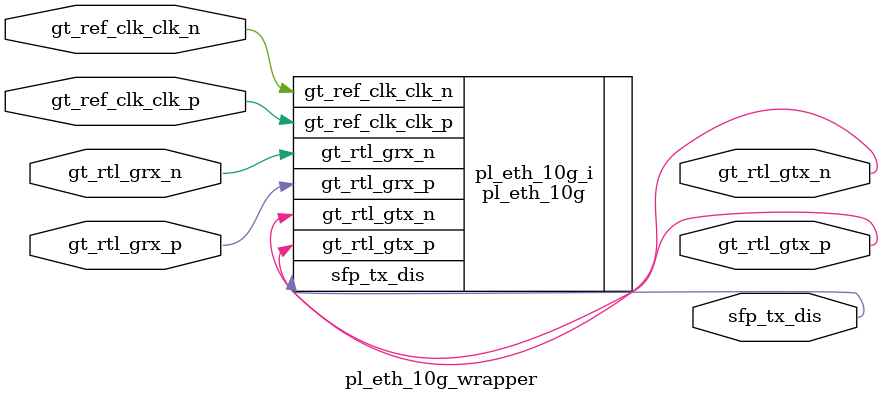
<source format=v>
`timescale 1 ps / 1 ps

module pl_eth_10g_wrapper
   (gt_ref_clk_clk_n,
    gt_ref_clk_clk_p,
    gt_rtl_grx_n,
    gt_rtl_grx_p,
    gt_rtl_gtx_n,
    gt_rtl_gtx_p,
    sfp_tx_dis);
  input gt_ref_clk_clk_n;
  input gt_ref_clk_clk_p;
  input [0:0]gt_rtl_grx_n;
  input [0:0]gt_rtl_grx_p;
  output [0:0]gt_rtl_gtx_n;
  output [0:0]gt_rtl_gtx_p;
  output [0:0]sfp_tx_dis;

  wire gt_ref_clk_clk_n;
  wire gt_ref_clk_clk_p;
  wire [0:0]gt_rtl_grx_n;
  wire [0:0]gt_rtl_grx_p;
  wire [0:0]gt_rtl_gtx_n;
  wire [0:0]gt_rtl_gtx_p;
  wire [0:0]sfp_tx_dis;

  pl_eth_10g pl_eth_10g_i
       (.gt_ref_clk_clk_n(gt_ref_clk_clk_n),
        .gt_ref_clk_clk_p(gt_ref_clk_clk_p),
        .gt_rtl_grx_n(gt_rtl_grx_n),
        .gt_rtl_grx_p(gt_rtl_grx_p),
        .gt_rtl_gtx_n(gt_rtl_gtx_n),
        .gt_rtl_gtx_p(gt_rtl_gtx_p),
        .sfp_tx_dis(sfp_tx_dis));
endmodule

</source>
